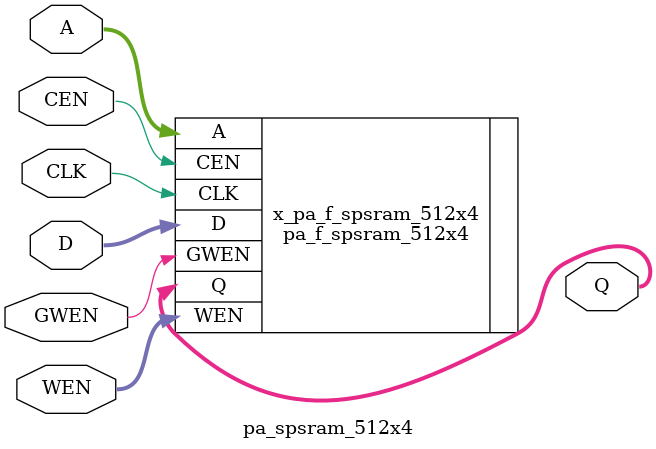
<source format=v>
/*Copyright 2020-2021 T-Head Semiconductor Co., Ltd.

Licensed under the Apache License, Version 2.0 (the "License");
you may not use this file except in compliance with the License.
You may obtain a copy of the License at

    http://www.apache.org/licenses/LICENSE-2.0

Unless required by applicable law or agreed to in writing, software
distributed under the License is distributed on an "AS IS" BASIS,
WITHOUT WARRANTIES OR CONDITIONS OF ANY KIND, either express or implied.
See the License for the specific language governing permissions and
limitations under the License.
*/

// &ModuleBeg; @22
module pa_spsram_512x4(
  A,
  CEN,
  CLK,
  D,
  GWEN,
  Q,
  WEN
);

// &Ports; @23
input   [8:0]  A;   
input          CEN; 
input          CLK; 
input   [3:0]  D;   
input          GWEN; 
input   [3:0]  WEN; 
output  [3:0]  Q;   

// &Regs; @24

// &Wires; @25
wire    [8:0]  A;   
wire           CEN; 
wire           CLK; 
wire    [3:0]  D;   
wire           GWEN; 
wire    [3:0]  Q;   
wire    [3:0]  WEN; 


//**********************************************************
//                  Parameter Definition
//**********************************************************
parameter ADDR_WIDTH = 9;
parameter DATA_WIDTH = 4;
parameter WE_WIDTH   = 4;

// &Force("bus","Q",DATA_WIDTH-1,0); @34
// &Force("bus","WEN",WE_WIDTH-1,0); @35
// &Force("bus","A",ADDR_WIDTH-1,0); @36
// &Force("bus","D",DATA_WIDTH-1,0); @37

  //********************************************************
  //*                        FPGA memory                   *
  //********************************************************
//   &Instance("pa_f_spsram_512x4"); @43
pa_f_spsram_512x4  x_pa_f_spsram_512x4 (
  .A    (A   ),
  .CEN  (CEN ),
  .CLK  (CLK ),
  .D    (D   ),
  .GWEN (GWEN),
  .Q    (Q   ),
  .WEN  (WEN )
);

//   &Instance("pa_tsmc_spsram_512x4"); @49
//   &Instance("pa_umc_spsram_512x4"); @61

// &ModuleEnd; @65
endmodule



</source>
